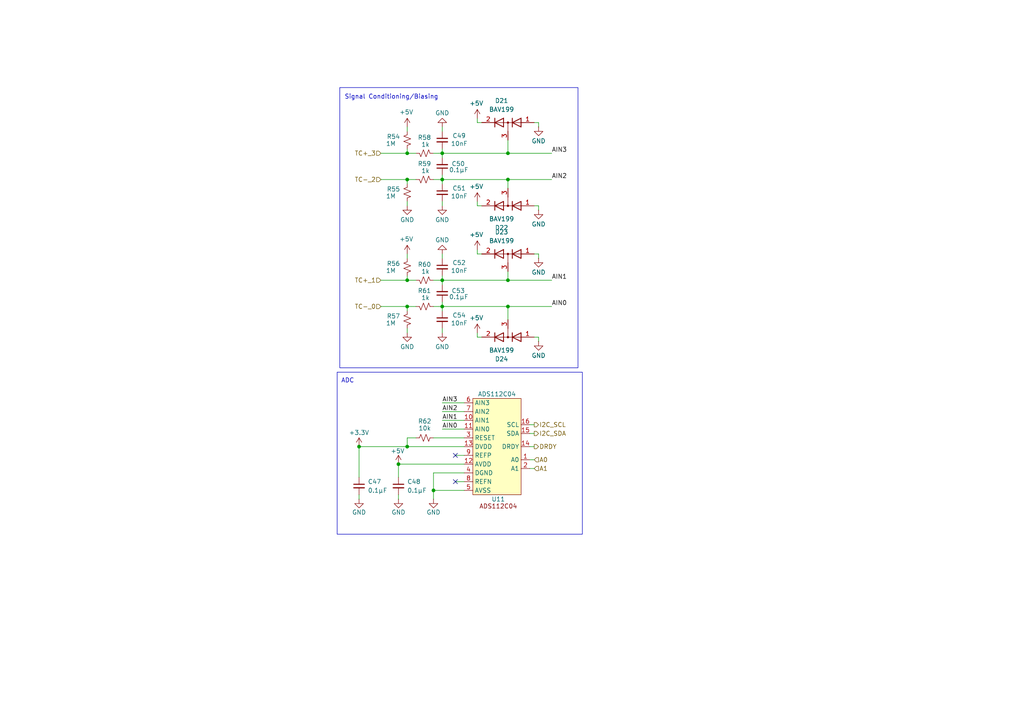
<source format=kicad_sch>
(kicad_sch (version 20250114) (generator "eeschema") (generator_version "9.0")
  (paper "A4")
  (lib_symbols
    (symbol "ADS112C04_1"
      (property "Reference" "U" (at -0.762 -12.7 0))
      (symbol "ADS112C04_1_1_1"
        (rectangle (start -7.62 16.51) (end 6.35 -11.43) (fill (type background)))
        (text "ADS112C04" (at -0.254 -14.732 0) (effects (font (size 1.27 1.27))))
        (pin input line (at -10.16 15.24 0) (length 2.54) (name "AIN3") (number "6"))
        (pin input line (at -10.16 12.7 0) (length 2.54) (name "AIN2") (number "7"))
        (pin input line (at -10.16 10.16 0) (length 2.54) (name "AIN1") (number "10"))
        (pin input line (at -10.16 7.62 0) (length 2.54) (name "AIN0") (number "11"))
        (pin input line (at -10.16 5.08 0) (length 2.54) (name "RESET") (number "3"))
        (pin power_in line (at -10.16 2.54 0) (length 2.54) (name "DVDD") (number "13"))
        (pin input line (at -10.16 0 0) (length 2.54) (name "REFP") (number "9"))
        (pin power_in line (at -10.16 -2.54 0) (length 2.54) (name "AVDD") (number "12"))
        (pin power_in line (at -10.16 -5.08 0) (length 2.54) (name "DGND") (number "4"))
        (pin input line (at -10.16 -7.62 0) (length 2.54) (name "REFN") (number "8"))
        (pin power_in line (at -10.16 -10.16 0) (length 2.54) (name "AVSS") (number "5"))
        (pin input line (at 8.89 8.89 180) (length 2.54) (name "SCL") (number "16"))
        (pin bidirectional line (at 8.89 6.35 180) (length 2.54) (name "SDA") (number "15"))
        (pin output line (at 8.89 2.54 180) (length 2.54) (name "DRDY") (number "14"))
        (pin input line (at 8.89 -1.27 180) (length 2.54) (name "A0") (number "1"))
        (pin input line (at 8.89 -3.81 180) (length 2.54) (name "A1") (number "2"))
      )
    )
    (symbol "Device:C_Small" (pin_numbers (hide yes)) (pin_names (offset 0.254) (hide yes))
      (property "Reference" "C" (at 0.254 1.778 0))
      (property "Value" "C_Small" (at 0.254 -2.032 0))
      (symbol "C_Small_0_1"
        (polyline (pts (xy -1.524 0.508) (xy 1.524 0.508)) (stroke (width 0.3048)))
        (polyline (pts (xy -1.524 -0.508) (xy 1.524 -0.508)) (stroke (width 0.3302)))
      )
      (symbol "C_Small_1_1"
        (pin passive line (at 0 2.54 270) (length 2.032) (name "~") (number "1"))
        (pin passive line (at 0 -2.54 90) (length 2.032) (name "~") (number "2"))
      )
    )
    (symbol "Device:D_Dual_Series_AKC" (pin_names (offset 0.762) (hide yes))
      (property "Reference" "D" (at 1.27 -2.54 0))
      (property "Value" "D_Dual_Series_AKC" (at 0 2.54 0))
      (symbol "D_Dual_Series_AKC_0_1"
        (polyline (pts (xy -3.81 1.27) (xy -1.27 0) (xy -3.81 -1.27) (xy -3.81 1.27) (xy -3.81 1.27) (xy -3.81 1.27)) (stroke (width 0.254)))
        (polyline (pts (xy -3.81 0) (xy 3.81 0)))
        (polyline (pts (xy -1.27 -1.27) (xy -1.27 1.27) (xy -1.27 1.27)) (stroke (width 0.254)))
        (polyline (pts (xy 0 0) (xy 0 -2.54)))
        (circle (center 0 0) (radius 0.254) (fill (type outline)))
        (polyline (pts (xy 1.27 1.27) (xy 3.81 0) (xy 1.27 -1.27) (xy 1.27 1.27) (xy 1.27 1.27) (xy 1.27 1.27)) (stroke (width 0.254)))
        (polyline (pts (xy 3.81 1.27) (xy 3.81 -1.27) (xy 3.81 -1.27)) (stroke (width 0.254)))
        (polyline (pts (xy 6.35 0) (xy 7.62 0)))
        (pin passive line (at -7.62 0 0) (length 3.81) (name "A") (number "1"))
        (pin passive line (at 0 -5.08 90) (length 2.54) (name "common") (number "3"))
        (pin passive line (at 7.62 0 180) (length 3.81) (name "K") (number "2"))
      )
    )
    (symbol "Device:R_Small_US" (pin_numbers (hide yes)) (pin_names (offset 0.254) (hide yes))
      (property "Reference" "R" (at 0.762 0.508 0))
      (property "Value" "R_Small_US" (at 0.762 -1.016 0))
      (symbol "R_Small_US_1_1"
        (polyline (pts (xy 0 1.524) (xy 1.016 1.143) (xy 0 0.762) (xy -1.016 0.381) (xy 0 0)))
        (polyline (pts (xy 0 0) (xy 1.016 -0.381) (xy 0 -0.762) (xy -1.016 -1.143) (xy 0 -1.524)))
        (pin passive line (at 0 2.54 270) (length 1.016) (name "~") (number "1"))
        (pin passive line (at 0 -2.54 90) (length 1.016) (name "~") (number "2"))
      )
    )
    (symbol "power:+24V" (power) (pin_numbers (hide yes)) (pin_names (offset 0) (hide yes))
      (property "Value" "+24V" (at 0 3.556 0))
      (symbol "+24V_0_1"
        (polyline (pts (xy -0.762 1.27) (xy 0 2.54)))
        (polyline (pts (xy 0 2.54) (xy 0.762 1.27)))
        (polyline (pts (xy 0 0) (xy 0 2.54)))
      )
      (symbol "+24V_1_1"
        (pin power_in line (at 0 0 90) (length 0) (name "~") (number "1"))
      )
    )
    (symbol "power:+3.3V" (power) (pin_numbers (hide yes)) (pin_names (offset 0) (hide yes))
      (property "Value" "+3.3V" (at 0 3.556 0))
      (symbol "+3.3V_0_1"
        (polyline (pts (xy -0.762 1.27) (xy 0 2.54)))
        (polyline (pts (xy 0 2.54) (xy 0.762 1.27)))
        (polyline (pts (xy 0 0) (xy 0 2.54)))
      )
      (symbol "+3.3V_1_1"
        (pin power_in line (at 0 0 90) (length 0) (name "~") (number "1"))
      )
    )
    (symbol "power:GND" (power) (pin_numbers (hide yes)) (pin_names (offset 0) (hide yes))
      (property "Value" "GND" (at 0 -3.81 0))
      (symbol "GND_0_1"
        (polyline (pts (xy 0 0) (xy 0 -1.27) (xy 1.27 -1.27) (xy 0 -2.54) (xy -1.27 -1.27) (xy 0 -1.27)))
      )
      (symbol "GND_1_1"
        (pin power_in line (at 0 0 270) (length 0) (name "~") (number "1"))
      )
    )
  )
  (rectangle (start 97.79 107.95) (end 168.91 154.94))
  (rectangle (start 98.552 25.4) (end 167.64 106.68))
  (text "ADC" (at 100.838 110.49 0) (effects (font (size 1.27 1.27))))
  (text "Signal Conditioning/Biasing" (at 113.538 28.194 0) (effects (font (size 1.27 1.27))))
  (junction (at 147.32 88.9))
  (junction (at 104.14 129.54))
  (junction (at 118.11 52.07))
  (junction (at 147.32 81.28))
  (junction (at 128.27 44.45))
  (junction (at 118.11 81.28))
  (junction (at 118.11 44.45))
  (junction (at 118.11 88.9))
  (junction (at 147.32 52.07))
  (junction (at 125.73 142.24))
  (junction (at 118.11 129.54))
  (junction (at 128.27 88.9))
  (junction (at 147.32 44.45))
  (junction (at 128.27 52.07))
  (junction (at 128.27 81.28))
  (junction (at 115.57 134.62))
  (no_connect (at 132.08 132.08))
  (no_connect (at 132.08 139.7))
  (wire (pts (xy 156.21 59.69) (xy 156.21 60.96)))
  (wire (pts (xy 147.32 88.9) (xy 147.32 92.71)))
  (wire (pts (xy 104.14 143.51) (xy 104.14 144.78)))
  (wire (pts (xy 128.27 73.66) (xy 128.27 74.93)))
  (wire (pts (xy 118.11 52.07) (xy 118.11 53.34)))
  (wire (pts (xy 128.27 44.45) (xy 128.27 45.72)))
  (wire (pts (xy 120.65 52.07) (xy 118.11 52.07)))
  (wire (pts (xy 125.73 127) (xy 134.62 127)))
  (wire (pts (xy 128.27 52.07) (xy 128.27 50.8)))
  (wire (pts (xy 118.11 36.83) (xy 118.11 38.1)))
  (wire (pts (xy 125.73 137.16) (xy 125.73 142.24)))
  (wire (pts (xy 128.27 88.9) (xy 128.27 87.63)))
  (wire (pts (xy 132.08 139.7) (xy 134.62 139.7)))
  (wire (pts (xy 147.32 40.64) (xy 147.32 44.45)))
  (wire (pts (xy 125.73 44.45) (xy 128.27 44.45)))
  (wire (pts (xy 153.67 129.54) (xy 154.94 129.54)))
  (wire (pts (xy 128.27 88.9) (xy 147.32 88.9)))
  (wire (pts (xy 138.43 59.69) (xy 139.7 59.69)))
  (wire (pts (xy 118.11 129.54) (xy 134.62 129.54)))
  (wire (pts (xy 128.27 119.38) (xy 134.62 119.38)))
  (wire (pts (xy 147.32 52.07) (xy 147.32 54.61)))
  (wire (pts (xy 128.27 36.83) (xy 128.27 38.1)))
  (wire (pts (xy 156.21 73.66) (xy 156.21 74.93)))
  (wire (pts (xy 128.27 52.07) (xy 128.27 53.34)))
  (wire (pts (xy 120.65 44.45) (xy 118.11 44.45)))
  (wire (pts (xy 154.94 73.66) (xy 156.21 73.66)))
  (wire (pts (xy 138.43 35.56) (xy 139.7 35.56)))
  (wire (pts (xy 128.27 58.42) (xy 128.27 59.69)))
  (wire (pts (xy 110.49 88.9) (xy 118.11 88.9)))
  (wire (pts (xy 118.11 88.9) (xy 120.65 88.9)))
  (wire (pts (xy 134.62 142.24) (xy 125.73 142.24)))
  (wire (pts (xy 153.67 135.89) (xy 154.94 135.89)))
  (wire (pts (xy 128.27 44.45) (xy 147.32 44.45)))
  (wire (pts (xy 125.73 52.07) (xy 128.27 52.07)))
  (wire (pts (xy 120.65 127) (xy 118.11 127)))
  (wire (pts (xy 128.27 95.25) (xy 128.27 96.52)))
  (wire (pts (xy 104.14 129.54) (xy 104.14 138.43)))
  (wire (pts (xy 154.94 35.56) (xy 156.21 35.56)))
  (wire (pts (xy 118.11 127) (xy 118.11 129.54)))
  (wire (pts (xy 120.65 81.28) (xy 118.11 81.28)))
  (wire (pts (xy 110.49 52.07) (xy 118.11 52.07)))
  (wire (pts (xy 128.27 88.9) (xy 128.27 90.17)))
  (wire (pts (xy 154.94 59.69) (xy 156.21 59.69)))
  (wire (pts (xy 153.67 123.19) (xy 154.94 123.19)))
  (wire (pts (xy 153.67 125.73) (xy 154.94 125.73)))
  (wire (pts (xy 138.43 34.29) (xy 138.43 35.56)))
  (wire (pts (xy 132.08 132.08) (xy 134.62 132.08)))
  (wire (pts (xy 147.32 44.45) (xy 160.02 44.45)))
  (wire (pts (xy 128.27 121.92) (xy 134.62 121.92)))
  (wire (pts (xy 138.43 58.42) (xy 138.43 59.69)))
  (wire (pts (xy 125.73 81.28) (xy 128.27 81.28)))
  (wire (pts (xy 118.11 73.66) (xy 118.11 74.93)))
  (wire (pts (xy 118.11 88.9) (xy 118.11 90.17)))
  (wire (pts (xy 128.27 116.84) (xy 134.62 116.84)))
  (wire (pts (xy 147.32 88.9) (xy 160.02 88.9)))
  (wire (pts (xy 147.32 52.07) (xy 160.02 52.07)))
  (wire (pts (xy 115.57 134.62) (xy 115.57 138.43)))
  (wire (pts (xy 128.27 80.01) (xy 128.27 81.28)))
  (wire (pts (xy 115.57 143.51) (xy 115.57 144.78)))
  (wire (pts (xy 128.27 52.07) (xy 147.32 52.07)))
  (wire (pts (xy 147.32 78.74) (xy 147.32 81.28)))
  (wire (pts (xy 138.43 72.39) (xy 138.43 73.66)))
  (wire (pts (xy 138.43 73.66) (xy 139.7 73.66)))
  (wire (pts (xy 138.43 96.52) (xy 138.43 97.79)))
  (wire (pts (xy 110.49 44.45) (xy 118.11 44.45)))
  (wire (pts (xy 156.21 35.56) (xy 156.21 36.83)))
  (wire (pts (xy 115.57 134.62) (xy 134.62 134.62)))
  (wire (pts (xy 156.21 97.79) (xy 156.21 99.06)))
  (wire (pts (xy 118.11 58.42) (xy 118.11 59.69)))
  (wire (pts (xy 118.11 95.25) (xy 118.11 96.52)))
  (wire (pts (xy 134.62 137.16) (xy 125.73 137.16)))
  (wire (pts (xy 118.11 81.28) (xy 118.11 80.01)))
  (wire (pts (xy 128.27 81.28) (xy 147.32 81.28)))
  (wire (pts (xy 128.27 43.18) (xy 128.27 44.45)))
  (wire (pts (xy 138.43 97.79) (xy 139.7 97.79)))
  (wire (pts (xy 154.94 97.79) (xy 156.21 97.79)))
  (wire (pts (xy 153.67 133.35) (xy 154.94 133.35)))
  (wire (pts (xy 128.27 124.46) (xy 134.62 124.46)))
  (wire (pts (xy 104.14 129.54) (xy 118.11 129.54)))
  (wire (pts (xy 125.73 142.24) (xy 125.73 144.78)))
  (wire (pts (xy 118.11 44.45) (xy 118.11 43.18)))
  (wire (pts (xy 125.73 88.9) (xy 128.27 88.9)))
  (wire (pts (xy 128.27 81.28) (xy 128.27 82.55)))
  (wire (pts (xy 147.32 81.28) (xy 160.02 81.28)))
  (wire (pts (xy 110.49 81.28) (xy 118.11 81.28)))
  (label "AIN0" (at 128.27 124.46 0))
  (label "AIN0" (at 160.02 88.9 0))
  (label "AIN1" (at 160.02 81.28 0))
  (label "AIN1" (at 128.27 121.92 0))
  (label "AIN2" (at 128.27 119.38 0))
  (label "AIN3" (at 160.02 44.45 0))
  (label "AIN2" (at 160.02 52.07 0))
  (label "AIN3" (at 128.27 116.84 0))
  (hierarchical_label "TC-_2" (shape input) (at 110.49 52.07 180))
  (hierarchical_label "I2C_SDA" (shape output) (at 154.94 125.73 0))
  (hierarchical_label "I2C_SCL" (shape output) (at 154.94 123.19 0))
  (hierarchical_label "DRDY" (shape output) (at 154.94 129.54 0))
  (hierarchical_label "A0" (shape input) (at 154.94 133.35 0))
  (hierarchical_label "A1" (shape input) (at 154.94 135.89 0))
  (hierarchical_label "TC+_3" (shape input) (at 110.49 44.45 180))
  (hierarchical_label "TC+_1" (shape input) (at 110.49 81.28 180))
  (hierarchical_label "TC-_0" (shape input) (at 110.49 88.9 180))
  (symbol (lib_id "Device:C_Small") (at 128.27 40.64 0) (mirror y) (unit 1)
    (property "Reference" "C41" (at 135.128 39.37 0) (effects (justify left)))
    (property "Value" "10nF" (at 135.636 41.656 0) (effects (justify left)))
    (property "Footprint" "Capacitor_SMD:C_0603_1608Metric" (effects (hide yes)))
    (property "Description" "Unpolarized capacitor, small symbol" (effects (hide yes)))
    (property "LCSC" "C5299898" (effects (hide yes)))
    (instances (project "panda" (path "" (reference "C49") (unit 1)) (path "" (reference "C41") (unit 1))))
  )
  (symbol (lib_id "power:GND") (at 128.27 59.69 0) (unit 1)
    (property "Reference" "#PWR0112" (effects (hide yes)))
    (property "Value" "GND" (at 128.27 63.754 0))
    (property "Description" "Power symbol creates a global label with name \"GND\" , ground" (effects (hide yes)))
    (instances (project "panda" (path "" (reference "#PWR0133") (unit 1)) (path "" (reference "#PWR0112") (unit 1))))
  )
  (symbol (lib_id "power:GND") (at 156.21 60.96 0) (unit 1)
    (property "Reference" "#PWR0120" (effects (hide yes)))
    (property "Value" "GND" (at 156.21 65.024 0))
    (property "Description" "Power symbol creates a global label with name \"GND\" , ground" (effects (hide yes)))
    (instances (project "panda" (path "" (reference "#PWR0141") (unit 1)) (path "" (reference "#PWR0120") (unit 1))))
  )
  (symbol (lib_id "power:+24V") (at 118.11 36.83 0) (unit 1)
    (property "Reference" "#PWR0106" (effects (hide yes)))
    (property "Value" "+5V" (at 117.856 32.512 0))
    (property "Description" "Power symbol creates a global label with name \"+24V\"" (effects (hide yes)))
    (instances (project "panda" (path "" (reference "#PWR0127") (unit 1)) (path "" (reference "#PWR0106") (unit 1))))
  )
  (symbol (lib_id "Device:C_Small") (at 128.27 77.47 0) (mirror y) (unit 1)
    (property "Reference" "C44" (at 135.128 76.2 0) (effects (justify left)))
    (property "Value" "10nF" (at 135.636 78.486 0) (effects (justify left)))
    (property "Footprint" "Capacitor_SMD:C_0603_1608Metric" (effects (hide yes)))
    (property "Description" "Unpolarized capacitor, small symbol" (effects (hide yes)))
    (property "LCSC" "C5299898" (effects (hide yes)))
    (instances (project "panda" (path "" (reference "C52") (unit 1)) (path "" (reference "C44") (unit 1))))
  )
  (symbol (lib_id "power:GND") (at 118.11 59.69 0) (unit 1)
    (property "Reference" "#PWR0107" (effects (hide yes)))
    (property "Value" "GND" (at 118.11 63.754 0))
    (property "Description" "Power symbol creates a global label with name \"GND\" , ground" (effects (hide yes)))
    (instances (project "panda" (path "" (reference "#PWR0128") (unit 1)) (path "" (reference "#PWR0107") (unit 1))))
  )
  (symbol (lib_id "power:+24V") (at 118.11 73.66 0) (unit 1)
    (property "Reference" "#PWR0108" (effects (hide yes)))
    (property "Value" "+5V" (at 117.856 69.342 0))
    (property "Description" "Power symbol creates a global label with name \"+24V\"" (effects (hide yes)))
    (instances (project "panda" (path "" (reference "#PWR0129") (unit 1)) (path "" (reference "#PWR0108") (unit 1))))
  )
  (symbol (lib_id "power:+3.3V") (at 104.14 129.54 0) (unit 1)
    (property "Reference" "#PWR0102" (effects (hide yes)))
    (property "Value" "+3.3V" (at 104.14 125.476 0))
    (property "Description" "Power symbol creates a global label with name \"+3.3V\"" (effects (hide yes)))
    (instances (project "panda" (path "" (reference "#PWR0123") (unit 1)) (path "" (reference "#PWR0102") (unit 1))))
  )
  (symbol (lib_id "Device:C_Small") (at 128.27 55.88 0) (mirror y) (unit 1)
    (property "Reference" "C43" (at 135.128 54.61 0) (effects (justify left)))
    (property "Value" "10nF" (at 135.636 56.896 0) (effects (justify left)))
    (property "Footprint" "Capacitor_SMD:C_0603_1608Metric" (effects (hide yes)))
    (property "Description" "Unpolarized capacitor, small symbol" (effects (hide yes)))
    (property "LCSC" "C5299898" (effects (hide yes)))
    (instances (project "panda" (path "" (reference "C51") (unit 1)) (path "" (reference "C43") (unit 1))))
  )
  (symbol (lib_id "power:GND") (at 128.27 73.66 180) (unit 1)
    (property "Reference" "#PWR0113" (effects (hide yes)))
    (property "Value" "GND" (at 128.27 69.596 0))
    (property "Description" "Power symbol creates a global label with name \"GND\" , ground" (effects (hide yes)))
    (instances (project "panda" (path "" (reference "#PWR0134") (unit 1)) (path "" (reference "#PWR0113") (unit 1))))
  )
  (symbol (lib_id "Device:D_Dual_Series_AKC") (at 147.32 59.69 180) (unit 1)
    (property "Reference" "D18" (at 145.4785 66.04 0))
    (property "Value" "BAV199" (at 145.4785 63.5 0))
    (property "Footprint" "Package_TO_SOT_SMD:SOT-23" (effects (hide yes)))
    (property "Description" "Dual diode, anode/cathode/center" (effects (hide yes)))
    (property "LCSC" "C40919" (effects (hide yes)))
    (instances (project "panda" (path "" (reference "D22") (unit 1)) (path "" (reference "D18") (unit 1))))
  )
  (symbol (lib_id "power:+24V") (at 138.43 96.52 0) (unit 1)
    (property "Reference" "#PWR0118" (effects (hide yes)))
    (property "Value" "+5V" (at 138.176 92.202 0))
    (property "Description" "Power symbol creates a global label with name \"+24V\"" (effects (hide yes)))
    (instances (project "panda" (path "" (reference "#PWR0139") (unit 1)) (path "" (reference "#PWR0118") (unit 1))))
  )
  (symbol (lib_id "power:GND") (at 128.27 96.52 0) (unit 1)
    (property "Reference" "#PWR0114" (effects (hide yes)))
    (property "Value" "GND" (at 128.27 100.584 0))
    (property "Description" "Power symbol creates a global label with name \"GND\" , ground" (effects (hide yes)))
    (instances (project "panda" (path "" (reference "#PWR0135") (unit 1)) (path "" (reference "#PWR0114") (unit 1))))
  )
  (symbol (lib_id "Device:D_Dual_Series_AKC") (at 147.32 73.66 0) (mirror y) (unit 1)
    (property "Reference" "D19" (at 145.4785 67.31 0))
    (property "Value" "BAV199" (at 145.4785 69.85 0))
    (property "Footprint" "Package_TO_SOT_SMD:SOT-23" (effects (hide yes)))
    (property "Description" "Dual diode, anode/cathode/center" (effects (hide yes)))
    (property "LCSC" "C40919" (effects (hide yes)))
    (instances (project "panda" (path "" (reference "D23") (unit 1)) (path "" (reference "D19") (unit 1))))
  )
  (symbol (lib_id "Device:D_Dual_Series_AKC") (at 147.32 35.56 0) (mirror y) (unit 1)
    (property "Reference" "D17" (at 145.4785 29.21 0))
    (property "Value" "BAV199" (at 145.4785 31.75 0))
    (property "Footprint" "Package_TO_SOT_SMD:SOT-23" (effects (hide yes)))
    (property "Description" "Dual diode, anode/cathode/center" (effects (hide yes)))
    (property "LCSC" "C40919" (effects (hide yes)))
    (instances (project "" (path "" (reference "D21") (unit 1)) (path "" (reference "D17") (unit 1))))
  )
  (symbol (lib_id "Device:R_Small_US") (at 118.11 40.64 0) (mirror x) (unit 1)
    (property "Reference" "R45" (at 116.078 39.624 0) (effects (justify right)))
    (property "Value" "1M" (at 114.808 41.656 0) (effects (justify right)))
    (property "Footprint" "Resistor_SMD:R_0402_1005Metric" (effects (hide yes)))
    (property "Description" "Resistor, small US symbol" (effects (hide yes)))
    (instances (project "panda" (path "" (reference "R54") (unit 1)) (path "" (reference "R45") (unit 1))))
  )
  (symbol (lib_id "power:+24V") (at 138.43 34.29 0) (unit 1)
    (property "Reference" "#PWR0115" (effects (hide yes)))
    (property "Value" "+5V" (at 138.176 29.972 0))
    (property "Description" "Power symbol creates a global label with name \"+24V\"" (effects (hide yes)))
    (instances (project "panda" (path "" (reference "#PWR0136") (unit 1)) (path "" (reference "#PWR0115") (unit 1))))
  )
  (symbol (lib_id "power:+24V") (at 138.43 58.42 0) (unit 1)
    (property "Reference" "#PWR0116" (effects (hide yes)))
    (property "Value" "+5V" (at 138.176 54.102 0))
    (property "Description" "Power symbol creates a global label with name \"+24V\"" (effects (hide yes)))
    (instances (project "panda" (path "" (reference "#PWR0137") (unit 1)) (path "" (reference "#PWR0116") (unit 1))))
  )
  (symbol (lib_id "power:GND") (at 128.27 36.83 180) (unit 1)
    (property "Reference" "#PWR0111" (effects (hide yes)))
    (property "Value" "GND" (at 128.27 32.766 0))
    (property "Description" "Power symbol creates a global label with name \"GND\" , ground" (effects (hide yes)))
    (instances (project "panda" (path "" (reference "#PWR0132") (unit 1)) (path "" (reference "#PWR0111") (unit 1))))
  )
  (symbol (lib_id "Device:R_Small_US") (at 123.19 52.07 90) (mirror x) (unit 1)
    (property "Reference" "R50" (at 121.158 47.498 90) (effects (justify right)))
    (property "Value" "1k" (at 122.174 49.53 90) (effects (justify right)))
    (property "Footprint" "Resistor_SMD:R_0402_1005Metric" (effects (hide yes)))
    (property "Description" "Resistor, small US symbol" (effects (hide yes)))
    (instances (project "panda" (path "" (reference "R59") (unit 1)) (path "" (reference "R50") (unit 1))))
  )
  (symbol (lib_id "power:GND") (at 156.21 99.06 0) (unit 1)
    (property "Reference" "#PWR0122" (effects (hide yes)))
    (property "Value" "GND" (at 156.21 103.124 0))
    (property "Description" "Power symbol creates a global label with name \"GND\" , ground" (effects (hide yes)))
    (instances (project "panda" (path "" (reference "#PWR0143") (unit 1)) (path "" (reference "#PWR0122") (unit 1))))
  )
  (symbol (lib_id "power:GND") (at 156.21 36.83 0) (unit 1)
    (property "Reference" "#PWR0119" (effects (hide yes)))
    (property "Value" "GND" (at 156.21 40.894 0))
    (property "Description" "Power symbol creates a global label with name \"GND\" , ground" (effects (hide yes)))
    (instances (project "panda" (path "" (reference "#PWR0140") (unit 1)) (path "" (reference "#PWR0119") (unit 1))))
  )
  (symbol (lib_id "Device:R_Small_US") (at 123.19 81.28 90) (mirror x) (unit 1)
    (property "Reference" "R51" (at 121.158 76.708 90) (effects (justify right)))
    (property "Value" "1k" (at 122.174 78.74 90) (effects (justify right)))
    (property "Footprint" "Resistor_SMD:R_0402_1005Metric" (effects (hide yes)))
    (property "Description" "Resistor, small US symbol" (effects (hide yes)))
    (instances (project "panda" (path "" (reference "R60") (unit 1)) (path "" (reference "R51") (unit 1))))
  )
  (symbol (lib_id "Device:C_Small") (at 128.27 48.26 180) (unit 1)
    (property "Reference" "C42" (at 134.874 47.498 0) (effects (justify left)))
    (property "Value" "0.1μF" (at 135.89 49.276 0) (effects (justify left)))
    (property "Footprint" "Capacitor_SMD:C_0402_1005Metric" (effects (hide yes)))
    (property "Description" "Unpolarized capacitor, small symbol" (effects (hide yes)))
    (property "MPN" "CL05B104KO5NNNC" (effects (hide yes)))
    (property "LCSC" "C307331" (effects (hide yes)))
    (instances (project "panda" (path "" (reference "C50") (unit 1)) (path "" (reference "C42") (unit 1))))
  )
  (symbol (lib_id "power:GND") (at 125.73 144.78 0) (unit 1)
    (property "Reference" "#PWR0110" (effects (hide yes)))
    (property "Value" "GND" (at 125.73 148.59 0))
    (property "Description" "Power symbol creates a global label with name \"GND\" , ground" (effects (hide yes)))
    (instances (project "panda" (path "" (reference "#PWR0131") (unit 1)) (path "" (reference "#PWR0110") (unit 1))))
  )
  (symbol (lib_name "ADS112C04_1") (lib_id "ADS112C04:ADS112C04") (at 144.78 132.08 0) (unit 1)
    (property "Reference" "U10" (at 144.526 144.78 0))
    (property "Value" "ADS112C04" (at 144.145 114.3 0))
    (property "Footprint" "Package_SO:TSSOP-16_4.4x5mm_P0.65mm" (effects (hide yes)))
    (property "Datasheet" "kicad-embed://ads112c04.pdf" (effects (hide yes)))
    (property "MPN" "ADS112C04IPWR" (effects (hide yes)))
    (property "LCSC" "C701615" (effects (hide yes)))
    (instances (project "panda" (path "" (reference "U11") (unit 1)) (path "" (reference "U10") (unit 1))))
  )
  (symbol (lib_id "Device:C_Small") (at 104.14 140.97 0) (unit 1)
    (property "Reference" "C39" (at 106.68 139.7062 0) (effects (justify left)))
    (property "Value" "0.1μF" (at 106.68 142.2462 0) (effects (justify left)))
    (property "Footprint" "Capacitor_SMD:C_0402_1005Metric" (effects (hide yes)))
    (property "Description" "Unpolarized capacitor, small symbol" (effects (hide yes)))
    (property "MPN" "CL05B104KO5NNNC" (effects (hide yes)))
    (property "LCSC" "C307331" (effects (hide yes)))
    (instances (project "panda" (path "" (reference "C47") (unit 1)) (path "" (reference "C39") (unit 1))))
  )
  (symbol (lib_id "Device:R_Small_US") (at 118.11 55.88 0) (mirror x) (unit 1)
    (property "Reference" "R46" (at 116.078 54.864 0) (effects (justify right)))
    (property "Value" "1M" (at 114.808 56.896 0) (effects (justify right)))
    (property "Footprint" "Resistor_SMD:R_0402_1005Metric" (effects (hide yes)))
    (property "Description" "Resistor, small US symbol" (effects (hide yes)))
    (instances (project "panda" (path "" (reference "R55") (unit 1)) (path "" (reference "R46") (unit 1))))
  )
  (symbol (lib_id "Device:R_Small_US") (at 118.11 92.71 0) (mirror x) (unit 1)
    (property "Reference" "R48" (at 116.078 91.694 0) (effects (justify right)))
    (property "Value" "1M" (at 114.808 93.726 0) (effects (justify right)))
    (property "Footprint" "Resistor_SMD:R_0402_1005Metric" (effects (hide yes)))
    (property "Description" "Resistor, small US symbol" (effects (hide yes)))
    (instances (project "panda" (path "" (reference "R57") (unit 1)) (path "" (reference "R48") (unit 1))))
  )
  (symbol (lib_id "Device:R_Small_US") (at 123.19 44.45 90) (mirror x) (unit 1)
    (property "Reference" "R49" (at 121.158 39.878 90) (effects (justify right)))
    (property "Value" "1k" (at 122.174 41.91 90) (effects (justify right)))
    (property "Footprint" "Resistor_SMD:R_0402_1005Metric" (effects (hide yes)))
    (property "Description" "Resistor, small US symbol" (effects (hide yes)))
    (instances (project "panda" (path "" (reference "R58") (unit 1)) (path "" (reference "R49") (unit 1))))
  )
  (symbol (lib_id "Device:D_Dual_Series_AKC") (at 147.32 97.79 180) (unit 1)
    (property "Reference" "D20" (at 145.4785 104.14 0))
    (property "Value" "BAV199" (at 145.4785 101.6 0))
    (property "Footprint" "Package_TO_SOT_SMD:SOT-23" (effects (hide yes)))
    (property "Description" "Dual diode, anode/cathode/center" (effects (hide yes)))
    (property "LCSC" "C40919" (effects (hide yes)))
    (instances (project "panda" (path "" (reference "D24") (unit 1)) (path "" (reference "D20") (unit 1))))
  )
  (symbol (lib_id "power:GND") (at 156.21 74.93 0) (unit 1)
    (property "Reference" "#PWR0121" (effects (hide yes)))
    (property "Value" "GND" (at 156.21 78.994 0))
    (property "Description" "Power symbol creates a global label with name \"GND\" , ground" (effects (hide yes)))
    (instances (project "panda" (path "" (reference "#PWR0142") (unit 1)) (path "" (reference "#PWR0121") (unit 1))))
  )
  (symbol (lib_id "power:+3.3V") (at 115.57 134.62 0) (unit 1)
    (property "Reference" "#PWR0104" (effects (hide yes)))
    (property "Value" "+5V" (at 115.316 130.81 0))
    (property "Description" "Power symbol creates a global label with name \"+3.3V\"" (effects (hide yes)))
    (instances (project "panda" (path "" (reference "#PWR0125") (unit 1)) (path "" (reference "#PWR0104") (unit 1))))
  )
  (symbol (lib_id "power:+24V") (at 138.43 72.39 0) (unit 1)
    (property "Reference" "#PWR0117" (effects (hide yes)))
    (property "Value" "+5V" (at 138.176 68.072 0))
    (property "Description" "Power symbol creates a global label with name \"+24V\"" (effects (hide yes)))
    (instances (project "panda" (path "" (reference "#PWR0138") (unit 1)) (path "" (reference "#PWR0117") (unit 1))))
  )
  (symbol (lib_id "Device:C_Small") (at 128.27 85.09 180) (unit 1)
    (property "Reference" "C45" (at 134.874 84.328 0) (effects (justify left)))
    (property "Value" "0.1μF" (at 135.89 86.106 0) (effects (justify left)))
    (property "Footprint" "Capacitor_SMD:C_0402_1005Metric" (effects (hide yes)))
    (property "Description" "Unpolarized capacitor, small symbol" (effects (hide yes)))
    (property "MPN" "CL05B104KO5NNNC" (effects (hide yes)))
    (property "LCSC" "C307331" (effects (hide yes)))
    (instances (project "panda" (path "" (reference "C53") (unit 1)) (path "" (reference "C45") (unit 1))))
  )
  (symbol (lib_id "Device:R_Small_US") (at 123.19 88.9 90) (mirror x) (unit 1)
    (property "Reference" "R52" (at 121.158 84.328 90) (effects (justify right)))
    (property "Value" "1k" (at 122.174 86.36 90) (effects (justify right)))
    (property "Footprint" "Resistor_SMD:R_0402_1005Metric" (effects (hide yes)))
    (property "Description" "Resistor, small US symbol" (effects (hide yes)))
    (instances (project "panda" (path "" (reference "R61") (unit 1)) (path "" (reference "R52") (unit 1))))
  )
  (symbol (lib_id "power:GND") (at 115.57 144.78 0) (unit 1)
    (property "Reference" "#PWR0105" (effects (hide yes)))
    (property "Value" "GND" (at 115.57 148.59 0))
    (property "Description" "Power symbol creates a global label with name \"GND\" , ground" (effects (hide yes)))
    (instances (project "panda" (path "" (reference "#PWR0126") (unit 1)) (path "" (reference "#PWR0105") (unit 1))))
  )
  (symbol (lib_id "Device:R_Small_US") (at 123.19 127 90) (unit 1)
    (property "Reference" "R53" (at 123.19 122.174 90))
    (property "Value" "10k" (at 123.19 124.206 90))
    (property "Footprint" "Resistor_SMD:R_0402_1005Metric" (effects (hide yes)))
    (property "Description" "Resistor, small US symbol" (effects (hide yes)))
    (property "LCSC" "C25531" (effects (hide yes)))
    (property "MPN" "0402WGJ0103TCE" (effects (hide yes)))
    (instances (project "panda" (path "" (reference "R62") (unit 1)) (path "" (reference "R53") (unit 1))))
  )
  (symbol (lib_id "Device:C_Small") (at 115.57 140.97 0) (unit 1)
    (property "Reference" "C40" (at 118.11 139.7062 0) (effects (justify left)))
    (property "Value" "0.1μF" (at 118.11 142.2462 0) (effects (justify left)))
    (property "Footprint" "Capacitor_SMD:C_0402_1005Metric" (effects (hide yes)))
    (property "Description" "Unpolarized capacitor, small symbol" (effects (hide yes)))
    (property "MPN" "CL05B104KO5NNNC" (effects (hide yes)))
    (property "LCSC" "C307331" (effects (hide yes)))
    (instances (project "panda" (path "" (reference "C48") (unit 1)) (path "" (reference "C40") (unit 1))))
  )
  (symbol (lib_id "Device:C_Small") (at 128.27 92.71 0) (mirror y) (unit 1)
    (property "Reference" "C46" (at 135.128 91.44 0) (effects (justify left)))
    (property "Value" "10nF" (at 135.636 93.726 0) (effects (justify left)))
    (property "Footprint" "Capacitor_SMD:C_0603_1608Metric" (effects (hide yes)))
    (property "Description" "Unpolarized capacitor, small symbol" (effects (hide yes)))
    (property "LCSC" "C5299898" (effects (hide yes)))
    (instances (project "panda" (path "" (reference "C54") (unit 1)) (path "" (reference "C46") (unit 1))))
  )
  (symbol (lib_id "Device:R_Small_US") (at 118.11 77.47 0) (mirror x) (unit 1)
    (property "Reference" "R47" (at 116.078 76.454 0) (effects (justify right)))
    (property "Value" "1M" (at 114.808 78.486 0) (effects (justify right)))
    (property "Footprint" "Resistor_SMD:R_0402_1005Metric" (effects (hide yes)))
    (property "Description" "Resistor, small US symbol" (effects (hide yes)))
    (instances (project "panda" (path "" (reference "R56") (unit 1)) (path "" (reference "R47") (unit 1))))
  )
  (symbol (lib_id "power:GND") (at 118.11 96.52 0) (unit 1)
    (property "Reference" "#PWR0109" (effects (hide yes)))
    (property "Value" "GND" (at 118.11 100.584 0))
    (property "Description" "Power symbol creates a global label with name \"GND\" , ground" (effects (hide yes)))
    (instances (project "panda" (path "" (reference "#PWR0130") (unit 1)) (path "" (reference "#PWR0109") (unit 1))))
  )
  (symbol (lib_id "power:GND") (at 104.14 144.78 0) (unit 1)
    (property "Reference" "#PWR0103" (effects (hide yes)))
    (property "Value" "GND" (at 104.14 148.59 0))
    (property "Description" "Power symbol creates a global label with name \"GND\" , ground" (effects (hide yes)))
    (instances (project "panda" (path "" (reference "#PWR0124") (unit 1)) (path "" (reference "#PWR0103") (unit 1))))
  )
)
</source>
